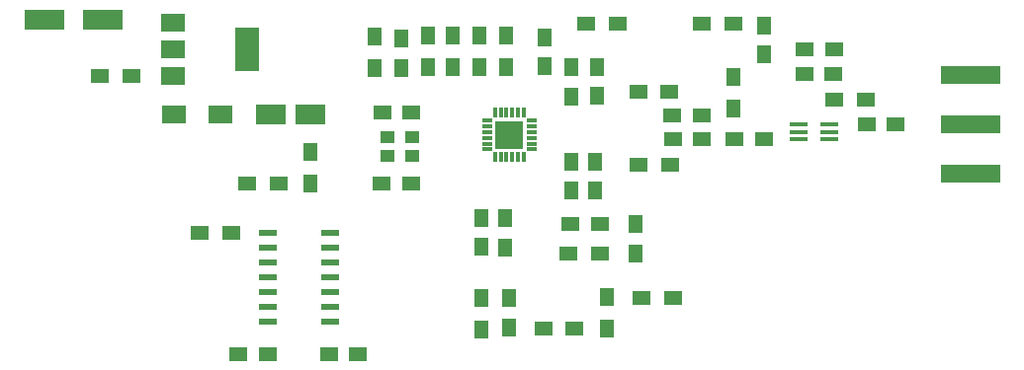
<source format=gbr>
G04 #@! TF.GenerationSoftware,KiCad,Pcbnew,(5.0.0-rc2-dev-311-g1dd4af297)*
G04 #@! TF.CreationDate,2018-06-18T13:27:12-07:00*
G04 #@! TF.ProjectId,beacon_pll,626561636F6E5F706C6C2E6B69636164,rev?*
G04 #@! TF.SameCoordinates,Original*
G04 #@! TF.FileFunction,Paste,Top*
G04 #@! TF.FilePolarity,Positive*
%FSLAX46Y46*%
G04 Gerber Fmt 4.6, Leading zero omitted, Abs format (unit mm)*
G04 Created by KiCad (PCBNEW (5.0.0-rc2-dev-311-g1dd4af297)) date 06/18/18 13:27:12*
%MOMM*%
%LPD*%
G01*
G04 APERTURE LIST*
%ADD10R,1.500000X1.300000*%
%ADD11R,2.000000X1.500000*%
%ADD12R,2.000000X3.800000*%
%ADD13R,2.000000X1.600000*%
%ADD14R,3.500000X1.800000*%
%ADD15R,2.600000X1.800000*%
%ADD16R,1.500000X1.250000*%
%ADD17R,1.250000X1.500000*%
%ADD18R,1.300000X1.500000*%
%ADD19R,5.080000X1.500000*%
%ADD20R,2.438400X2.438400*%
%ADD21R,0.304800X0.812800*%
%ADD22R,0.812800X0.304800*%
%ADD23R,1.500000X0.400000*%
%ADD24R,1.300000X1.100000*%
%ADD25R,1.500000X0.600000*%
G04 APERTURE END LIST*
D10*
X170274000Y-70739000D03*
X172974000Y-70739000D03*
D11*
X176555000Y-66153000D03*
X176555000Y-70753000D03*
X176555000Y-68453000D03*
D12*
X182855000Y-68453000D03*
D13*
X180594000Y-74041000D03*
X176594000Y-74041000D03*
D14*
X165561000Y-65913000D03*
X170561000Y-65913000D03*
D15*
X184912000Y-74041000D03*
X188312000Y-74041000D03*
D16*
X194437000Y-80010000D03*
X196937000Y-80010000D03*
D17*
X196088000Y-67564000D03*
X196088000Y-70064000D03*
X205359000Y-89829000D03*
X205359000Y-92329000D03*
D16*
X194477000Y-73914000D03*
X196977000Y-73914000D03*
D17*
X202966000Y-85451000D03*
X202966000Y-82951000D03*
X204978000Y-82971000D03*
X204978000Y-85471000D03*
X212725000Y-78125000D03*
X212725000Y-80625000D03*
X210693000Y-80625000D03*
X210693000Y-78125000D03*
X212852000Y-69997000D03*
X212852000Y-72497000D03*
D16*
X224663000Y-76200000D03*
X227163000Y-76200000D03*
D17*
X210693000Y-70017000D03*
X210693000Y-72517000D03*
D16*
X219369000Y-76200000D03*
X221869000Y-76200000D03*
X219329000Y-74168000D03*
X221829000Y-74168000D03*
X210586000Y-83439000D03*
X213086000Y-83439000D03*
D17*
X216154000Y-85979000D03*
X216154000Y-83479000D03*
X227203000Y-68921000D03*
X227203000Y-66421000D03*
D16*
X233152000Y-68453000D03*
X230652000Y-68453000D03*
X230632000Y-70612000D03*
X233132000Y-70612000D03*
X235966000Y-74930000D03*
X238466000Y-74930000D03*
D17*
X208407000Y-67457000D03*
X208407000Y-69957000D03*
D18*
X188341000Y-77310000D03*
X188341000Y-80010000D03*
D19*
X244856000Y-74930000D03*
X244856000Y-70680000D03*
X244856000Y-79180000D03*
D10*
X216455000Y-78359000D03*
X219155000Y-78359000D03*
D18*
X202819000Y-67277000D03*
X202819000Y-69977000D03*
D10*
X219075000Y-72136000D03*
X216375000Y-72136000D03*
D18*
X198374000Y-70010000D03*
X198374000Y-67310000D03*
D10*
X233172000Y-72771000D03*
X235872000Y-72771000D03*
X185580000Y-80010000D03*
X182880000Y-80010000D03*
X219362000Y-89789000D03*
X216662000Y-89789000D03*
X210947000Y-92456000D03*
X208247000Y-92456000D03*
D18*
X213741000Y-92409000D03*
X213741000Y-89709000D03*
X193802000Y-67404000D03*
X193802000Y-70104000D03*
X202946000Y-92489000D03*
X202946000Y-89789000D03*
X205105000Y-70010000D03*
X205105000Y-67310000D03*
X200533000Y-67310000D03*
X200533000Y-70010000D03*
D10*
X221836000Y-66294000D03*
X224536000Y-66294000D03*
D18*
X224536000Y-73533000D03*
X224536000Y-70833000D03*
D10*
X210406000Y-85979000D03*
X213106000Y-85979000D03*
X214663000Y-66294000D03*
X211963000Y-66294000D03*
D20*
X205359000Y-75819000D03*
D21*
X206609000Y-77711300D03*
X206109001Y-77711300D03*
X205609000Y-77711300D03*
X205109000Y-77711300D03*
X204608999Y-77711300D03*
X204109000Y-77711300D03*
D22*
X203466700Y-77069000D03*
X203466700Y-76569001D03*
X203466700Y-76069000D03*
X203466700Y-75569000D03*
X203466700Y-75068999D03*
X203466700Y-74569000D03*
D21*
X204109000Y-73926700D03*
X204608999Y-73926700D03*
X205109000Y-73926700D03*
X205609000Y-73926700D03*
X206109001Y-73926700D03*
X206609000Y-73926700D03*
D22*
X207251300Y-74569000D03*
X207251300Y-75068999D03*
X207251300Y-75569000D03*
X207251300Y-76069000D03*
X207251300Y-76569001D03*
X207251300Y-77069000D03*
D23*
X232784000Y-74915000D03*
X232784000Y-75565000D03*
X232784000Y-76215000D03*
X230124000Y-76215000D03*
X230124000Y-75565000D03*
X230124000Y-74915000D03*
D24*
X194911000Y-76010000D03*
X197011000Y-76010000D03*
X197011000Y-77660000D03*
X194911000Y-77660000D03*
D16*
X192405000Y-94615000D03*
X189905000Y-94615000D03*
X184638000Y-94615000D03*
X182138000Y-94615000D03*
D10*
X181516000Y-84201000D03*
X178816000Y-84201000D03*
D25*
X184625000Y-91821000D03*
X184625000Y-90551000D03*
X184625000Y-89281000D03*
X184625000Y-88011000D03*
X184625000Y-86741000D03*
X184625000Y-85471000D03*
X184625000Y-84201000D03*
X190025000Y-84201000D03*
X190025000Y-85471000D03*
X190025000Y-86741000D03*
X190025000Y-88011000D03*
X190025000Y-89281000D03*
X190025000Y-90551000D03*
X190025000Y-91821000D03*
M02*

</source>
